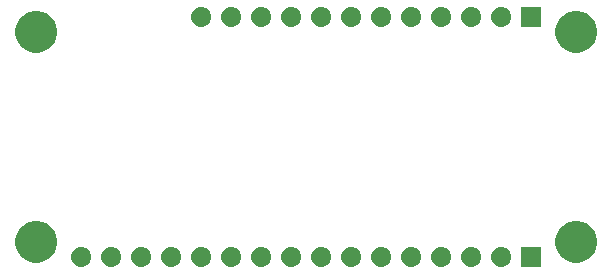
<source format=gbr>
G04 #@! TF.GenerationSoftware,KiCad,Pcbnew,(5.0.1)-3*
G04 #@! TF.CreationDate,2018-11-27T12:57:36+01:00*
G04 #@! TF.ProjectId,Adafruit_FeatherWing,41646166727569745F46656174686572,rev?*
G04 #@! TF.SameCoordinates,Original*
G04 #@! TF.FileFunction,Soldermask,Bot*
G04 #@! TF.FilePolarity,Negative*
%FSLAX46Y46*%
G04 Gerber Fmt 4.6, Leading zero omitted, Abs format (unit mm)*
G04 Created by KiCad (PCBNEW (5.0.1)-3) date 27.11.2018 12:57:36*
%MOMM*%
%LPD*%
G01*
G04 APERTURE LIST*
%ADD10C,0.100000*%
G04 APERTURE END LIST*
D10*
G36*
X138596630Y-123622299D02*
X138756855Y-123670903D01*
X138904520Y-123749831D01*
X139033949Y-123856051D01*
X139140169Y-123985480D01*
X139219097Y-124133145D01*
X139267701Y-124293370D01*
X139284112Y-124460000D01*
X139267701Y-124626630D01*
X139219097Y-124786855D01*
X139140169Y-124934520D01*
X139033949Y-125063949D01*
X138904520Y-125170169D01*
X138756855Y-125249097D01*
X138596630Y-125297701D01*
X138471752Y-125310000D01*
X138388248Y-125310000D01*
X138263370Y-125297701D01*
X138103145Y-125249097D01*
X137955480Y-125170169D01*
X137826051Y-125063949D01*
X137719831Y-124934520D01*
X137640903Y-124786855D01*
X137592299Y-124626630D01*
X137575888Y-124460000D01*
X137592299Y-124293370D01*
X137640903Y-124133145D01*
X137719831Y-123985480D01*
X137826051Y-123856051D01*
X137955480Y-123749831D01*
X138103145Y-123670903D01*
X138263370Y-123622299D01*
X138388248Y-123610000D01*
X138471752Y-123610000D01*
X138596630Y-123622299D01*
X138596630Y-123622299D01*
G37*
G36*
X136056630Y-123622299D02*
X136216855Y-123670903D01*
X136364520Y-123749831D01*
X136493949Y-123856051D01*
X136600169Y-123985480D01*
X136679097Y-124133145D01*
X136727701Y-124293370D01*
X136744112Y-124460000D01*
X136727701Y-124626630D01*
X136679097Y-124786855D01*
X136600169Y-124934520D01*
X136493949Y-125063949D01*
X136364520Y-125170169D01*
X136216855Y-125249097D01*
X136056630Y-125297701D01*
X135931752Y-125310000D01*
X135848248Y-125310000D01*
X135723370Y-125297701D01*
X135563145Y-125249097D01*
X135415480Y-125170169D01*
X135286051Y-125063949D01*
X135179831Y-124934520D01*
X135100903Y-124786855D01*
X135052299Y-124626630D01*
X135035888Y-124460000D01*
X135052299Y-124293370D01*
X135100903Y-124133145D01*
X135179831Y-123985480D01*
X135286051Y-123856051D01*
X135415480Y-123749831D01*
X135563145Y-123670903D01*
X135723370Y-123622299D01*
X135848248Y-123610000D01*
X135931752Y-123610000D01*
X136056630Y-123622299D01*
X136056630Y-123622299D01*
G37*
G36*
X118276630Y-123622299D02*
X118436855Y-123670903D01*
X118584520Y-123749831D01*
X118713949Y-123856051D01*
X118820169Y-123985480D01*
X118899097Y-124133145D01*
X118947701Y-124293370D01*
X118964112Y-124460000D01*
X118947701Y-124626630D01*
X118899097Y-124786855D01*
X118820169Y-124934520D01*
X118713949Y-125063949D01*
X118584520Y-125170169D01*
X118436855Y-125249097D01*
X118276630Y-125297701D01*
X118151752Y-125310000D01*
X118068248Y-125310000D01*
X117943370Y-125297701D01*
X117783145Y-125249097D01*
X117635480Y-125170169D01*
X117506051Y-125063949D01*
X117399831Y-124934520D01*
X117320903Y-124786855D01*
X117272299Y-124626630D01*
X117255888Y-124460000D01*
X117272299Y-124293370D01*
X117320903Y-124133145D01*
X117399831Y-123985480D01*
X117506051Y-123856051D01*
X117635480Y-123749831D01*
X117783145Y-123670903D01*
X117943370Y-123622299D01*
X118068248Y-123610000D01*
X118151752Y-123610000D01*
X118276630Y-123622299D01*
X118276630Y-123622299D01*
G37*
G36*
X120816630Y-123622299D02*
X120976855Y-123670903D01*
X121124520Y-123749831D01*
X121253949Y-123856051D01*
X121360169Y-123985480D01*
X121439097Y-124133145D01*
X121487701Y-124293370D01*
X121504112Y-124460000D01*
X121487701Y-124626630D01*
X121439097Y-124786855D01*
X121360169Y-124934520D01*
X121253949Y-125063949D01*
X121124520Y-125170169D01*
X120976855Y-125249097D01*
X120816630Y-125297701D01*
X120691752Y-125310000D01*
X120608248Y-125310000D01*
X120483370Y-125297701D01*
X120323145Y-125249097D01*
X120175480Y-125170169D01*
X120046051Y-125063949D01*
X119939831Y-124934520D01*
X119860903Y-124786855D01*
X119812299Y-124626630D01*
X119795888Y-124460000D01*
X119812299Y-124293370D01*
X119860903Y-124133145D01*
X119939831Y-123985480D01*
X120046051Y-123856051D01*
X120175480Y-123749831D01*
X120323145Y-123670903D01*
X120483370Y-123622299D01*
X120608248Y-123610000D01*
X120691752Y-123610000D01*
X120816630Y-123622299D01*
X120816630Y-123622299D01*
G37*
G36*
X123356630Y-123622299D02*
X123516855Y-123670903D01*
X123664520Y-123749831D01*
X123793949Y-123856051D01*
X123900169Y-123985480D01*
X123979097Y-124133145D01*
X124027701Y-124293370D01*
X124044112Y-124460000D01*
X124027701Y-124626630D01*
X123979097Y-124786855D01*
X123900169Y-124934520D01*
X123793949Y-125063949D01*
X123664520Y-125170169D01*
X123516855Y-125249097D01*
X123356630Y-125297701D01*
X123231752Y-125310000D01*
X123148248Y-125310000D01*
X123023370Y-125297701D01*
X122863145Y-125249097D01*
X122715480Y-125170169D01*
X122586051Y-125063949D01*
X122479831Y-124934520D01*
X122400903Y-124786855D01*
X122352299Y-124626630D01*
X122335888Y-124460000D01*
X122352299Y-124293370D01*
X122400903Y-124133145D01*
X122479831Y-123985480D01*
X122586051Y-123856051D01*
X122715480Y-123749831D01*
X122863145Y-123670903D01*
X123023370Y-123622299D01*
X123148248Y-123610000D01*
X123231752Y-123610000D01*
X123356630Y-123622299D01*
X123356630Y-123622299D01*
G37*
G36*
X125896630Y-123622299D02*
X126056855Y-123670903D01*
X126204520Y-123749831D01*
X126333949Y-123856051D01*
X126440169Y-123985480D01*
X126519097Y-124133145D01*
X126567701Y-124293370D01*
X126584112Y-124460000D01*
X126567701Y-124626630D01*
X126519097Y-124786855D01*
X126440169Y-124934520D01*
X126333949Y-125063949D01*
X126204520Y-125170169D01*
X126056855Y-125249097D01*
X125896630Y-125297701D01*
X125771752Y-125310000D01*
X125688248Y-125310000D01*
X125563370Y-125297701D01*
X125403145Y-125249097D01*
X125255480Y-125170169D01*
X125126051Y-125063949D01*
X125019831Y-124934520D01*
X124940903Y-124786855D01*
X124892299Y-124626630D01*
X124875888Y-124460000D01*
X124892299Y-124293370D01*
X124940903Y-124133145D01*
X125019831Y-123985480D01*
X125126051Y-123856051D01*
X125255480Y-123749831D01*
X125403145Y-123670903D01*
X125563370Y-123622299D01*
X125688248Y-123610000D01*
X125771752Y-123610000D01*
X125896630Y-123622299D01*
X125896630Y-123622299D01*
G37*
G36*
X128436630Y-123622299D02*
X128596855Y-123670903D01*
X128744520Y-123749831D01*
X128873949Y-123856051D01*
X128980169Y-123985480D01*
X129059097Y-124133145D01*
X129107701Y-124293370D01*
X129124112Y-124460000D01*
X129107701Y-124626630D01*
X129059097Y-124786855D01*
X128980169Y-124934520D01*
X128873949Y-125063949D01*
X128744520Y-125170169D01*
X128596855Y-125249097D01*
X128436630Y-125297701D01*
X128311752Y-125310000D01*
X128228248Y-125310000D01*
X128103370Y-125297701D01*
X127943145Y-125249097D01*
X127795480Y-125170169D01*
X127666051Y-125063949D01*
X127559831Y-124934520D01*
X127480903Y-124786855D01*
X127432299Y-124626630D01*
X127415888Y-124460000D01*
X127432299Y-124293370D01*
X127480903Y-124133145D01*
X127559831Y-123985480D01*
X127666051Y-123856051D01*
X127795480Y-123749831D01*
X127943145Y-123670903D01*
X128103370Y-123622299D01*
X128228248Y-123610000D01*
X128311752Y-123610000D01*
X128436630Y-123622299D01*
X128436630Y-123622299D01*
G37*
G36*
X130976630Y-123622299D02*
X131136855Y-123670903D01*
X131284520Y-123749831D01*
X131413949Y-123856051D01*
X131520169Y-123985480D01*
X131599097Y-124133145D01*
X131647701Y-124293370D01*
X131664112Y-124460000D01*
X131647701Y-124626630D01*
X131599097Y-124786855D01*
X131520169Y-124934520D01*
X131413949Y-125063949D01*
X131284520Y-125170169D01*
X131136855Y-125249097D01*
X130976630Y-125297701D01*
X130851752Y-125310000D01*
X130768248Y-125310000D01*
X130643370Y-125297701D01*
X130483145Y-125249097D01*
X130335480Y-125170169D01*
X130206051Y-125063949D01*
X130099831Y-124934520D01*
X130020903Y-124786855D01*
X129972299Y-124626630D01*
X129955888Y-124460000D01*
X129972299Y-124293370D01*
X130020903Y-124133145D01*
X130099831Y-123985480D01*
X130206051Y-123856051D01*
X130335480Y-123749831D01*
X130483145Y-123670903D01*
X130643370Y-123622299D01*
X130768248Y-123610000D01*
X130851752Y-123610000D01*
X130976630Y-123622299D01*
X130976630Y-123622299D01*
G37*
G36*
X133516630Y-123622299D02*
X133676855Y-123670903D01*
X133824520Y-123749831D01*
X133953949Y-123856051D01*
X134060169Y-123985480D01*
X134139097Y-124133145D01*
X134187701Y-124293370D01*
X134204112Y-124460000D01*
X134187701Y-124626630D01*
X134139097Y-124786855D01*
X134060169Y-124934520D01*
X133953949Y-125063949D01*
X133824520Y-125170169D01*
X133676855Y-125249097D01*
X133516630Y-125297701D01*
X133391752Y-125310000D01*
X133308248Y-125310000D01*
X133183370Y-125297701D01*
X133023145Y-125249097D01*
X132875480Y-125170169D01*
X132746051Y-125063949D01*
X132639831Y-124934520D01*
X132560903Y-124786855D01*
X132512299Y-124626630D01*
X132495888Y-124460000D01*
X132512299Y-124293370D01*
X132560903Y-124133145D01*
X132639831Y-123985480D01*
X132746051Y-123856051D01*
X132875480Y-123749831D01*
X133023145Y-123670903D01*
X133183370Y-123622299D01*
X133308248Y-123610000D01*
X133391752Y-123610000D01*
X133516630Y-123622299D01*
X133516630Y-123622299D01*
G37*
G36*
X141136630Y-123622299D02*
X141296855Y-123670903D01*
X141444520Y-123749831D01*
X141573949Y-123856051D01*
X141680169Y-123985480D01*
X141759097Y-124133145D01*
X141807701Y-124293370D01*
X141824112Y-124460000D01*
X141807701Y-124626630D01*
X141759097Y-124786855D01*
X141680169Y-124934520D01*
X141573949Y-125063949D01*
X141444520Y-125170169D01*
X141296855Y-125249097D01*
X141136630Y-125297701D01*
X141011752Y-125310000D01*
X140928248Y-125310000D01*
X140803370Y-125297701D01*
X140643145Y-125249097D01*
X140495480Y-125170169D01*
X140366051Y-125063949D01*
X140259831Y-124934520D01*
X140180903Y-124786855D01*
X140132299Y-124626630D01*
X140115888Y-124460000D01*
X140132299Y-124293370D01*
X140180903Y-124133145D01*
X140259831Y-123985480D01*
X140366051Y-123856051D01*
X140495480Y-123749831D01*
X140643145Y-123670903D01*
X140803370Y-123622299D01*
X140928248Y-123610000D01*
X141011752Y-123610000D01*
X141136630Y-123622299D01*
X141136630Y-123622299D01*
G37*
G36*
X143676630Y-123622299D02*
X143836855Y-123670903D01*
X143984520Y-123749831D01*
X144113949Y-123856051D01*
X144220169Y-123985480D01*
X144299097Y-124133145D01*
X144347701Y-124293370D01*
X144364112Y-124460000D01*
X144347701Y-124626630D01*
X144299097Y-124786855D01*
X144220169Y-124934520D01*
X144113949Y-125063949D01*
X143984520Y-125170169D01*
X143836855Y-125249097D01*
X143676630Y-125297701D01*
X143551752Y-125310000D01*
X143468248Y-125310000D01*
X143343370Y-125297701D01*
X143183145Y-125249097D01*
X143035480Y-125170169D01*
X142906051Y-125063949D01*
X142799831Y-124934520D01*
X142720903Y-124786855D01*
X142672299Y-124626630D01*
X142655888Y-124460000D01*
X142672299Y-124293370D01*
X142720903Y-124133145D01*
X142799831Y-123985480D01*
X142906051Y-123856051D01*
X143035480Y-123749831D01*
X143183145Y-123670903D01*
X143343370Y-123622299D01*
X143468248Y-123610000D01*
X143551752Y-123610000D01*
X143676630Y-123622299D01*
X143676630Y-123622299D01*
G37*
G36*
X146216630Y-123622299D02*
X146376855Y-123670903D01*
X146524520Y-123749831D01*
X146653949Y-123856051D01*
X146760169Y-123985480D01*
X146839097Y-124133145D01*
X146887701Y-124293370D01*
X146904112Y-124460000D01*
X146887701Y-124626630D01*
X146839097Y-124786855D01*
X146760169Y-124934520D01*
X146653949Y-125063949D01*
X146524520Y-125170169D01*
X146376855Y-125249097D01*
X146216630Y-125297701D01*
X146091752Y-125310000D01*
X146008248Y-125310000D01*
X145883370Y-125297701D01*
X145723145Y-125249097D01*
X145575480Y-125170169D01*
X145446051Y-125063949D01*
X145339831Y-124934520D01*
X145260903Y-124786855D01*
X145212299Y-124626630D01*
X145195888Y-124460000D01*
X145212299Y-124293370D01*
X145260903Y-124133145D01*
X145339831Y-123985480D01*
X145446051Y-123856051D01*
X145575480Y-123749831D01*
X145723145Y-123670903D01*
X145883370Y-123622299D01*
X146008248Y-123610000D01*
X146091752Y-123610000D01*
X146216630Y-123622299D01*
X146216630Y-123622299D01*
G37*
G36*
X148756630Y-123622299D02*
X148916855Y-123670903D01*
X149064520Y-123749831D01*
X149193949Y-123856051D01*
X149300169Y-123985480D01*
X149379097Y-124133145D01*
X149427701Y-124293370D01*
X149444112Y-124460000D01*
X149427701Y-124626630D01*
X149379097Y-124786855D01*
X149300169Y-124934520D01*
X149193949Y-125063949D01*
X149064520Y-125170169D01*
X148916855Y-125249097D01*
X148756630Y-125297701D01*
X148631752Y-125310000D01*
X148548248Y-125310000D01*
X148423370Y-125297701D01*
X148263145Y-125249097D01*
X148115480Y-125170169D01*
X147986051Y-125063949D01*
X147879831Y-124934520D01*
X147800903Y-124786855D01*
X147752299Y-124626630D01*
X147735888Y-124460000D01*
X147752299Y-124293370D01*
X147800903Y-124133145D01*
X147879831Y-123985480D01*
X147986051Y-123856051D01*
X148115480Y-123749831D01*
X148263145Y-123670903D01*
X148423370Y-123622299D01*
X148548248Y-123610000D01*
X148631752Y-123610000D01*
X148756630Y-123622299D01*
X148756630Y-123622299D01*
G37*
G36*
X151296630Y-123622299D02*
X151456855Y-123670903D01*
X151604520Y-123749831D01*
X151733949Y-123856051D01*
X151840169Y-123985480D01*
X151919097Y-124133145D01*
X151967701Y-124293370D01*
X151984112Y-124460000D01*
X151967701Y-124626630D01*
X151919097Y-124786855D01*
X151840169Y-124934520D01*
X151733949Y-125063949D01*
X151604520Y-125170169D01*
X151456855Y-125249097D01*
X151296630Y-125297701D01*
X151171752Y-125310000D01*
X151088248Y-125310000D01*
X150963370Y-125297701D01*
X150803145Y-125249097D01*
X150655480Y-125170169D01*
X150526051Y-125063949D01*
X150419831Y-124934520D01*
X150340903Y-124786855D01*
X150292299Y-124626630D01*
X150275888Y-124460000D01*
X150292299Y-124293370D01*
X150340903Y-124133145D01*
X150419831Y-123985480D01*
X150526051Y-123856051D01*
X150655480Y-123749831D01*
X150803145Y-123670903D01*
X150963370Y-123622299D01*
X151088248Y-123610000D01*
X151171752Y-123610000D01*
X151296630Y-123622299D01*
X151296630Y-123622299D01*
G37*
G36*
X153836630Y-123622299D02*
X153996855Y-123670903D01*
X154144520Y-123749831D01*
X154273949Y-123856051D01*
X154380169Y-123985480D01*
X154459097Y-124133145D01*
X154507701Y-124293370D01*
X154524112Y-124460000D01*
X154507701Y-124626630D01*
X154459097Y-124786855D01*
X154380169Y-124934520D01*
X154273949Y-125063949D01*
X154144520Y-125170169D01*
X153996855Y-125249097D01*
X153836630Y-125297701D01*
X153711752Y-125310000D01*
X153628248Y-125310000D01*
X153503370Y-125297701D01*
X153343145Y-125249097D01*
X153195480Y-125170169D01*
X153066051Y-125063949D01*
X152959831Y-124934520D01*
X152880903Y-124786855D01*
X152832299Y-124626630D01*
X152815888Y-124460000D01*
X152832299Y-124293370D01*
X152880903Y-124133145D01*
X152959831Y-123985480D01*
X153066051Y-123856051D01*
X153195480Y-123749831D01*
X153343145Y-123670903D01*
X153503370Y-123622299D01*
X153628248Y-123610000D01*
X153711752Y-123610000D01*
X153836630Y-123622299D01*
X153836630Y-123622299D01*
G37*
G36*
X157060000Y-125310000D02*
X155360000Y-125310000D01*
X155360000Y-123610000D01*
X157060000Y-123610000D01*
X157060000Y-125310000D01*
X157060000Y-125310000D01*
G37*
G36*
X160538623Y-121480327D02*
X160862198Y-121614356D01*
X161153412Y-121808939D01*
X161401061Y-122056588D01*
X161595644Y-122347802D01*
X161729673Y-122671377D01*
X161798000Y-123014881D01*
X161798000Y-123365119D01*
X161729673Y-123708623D01*
X161595644Y-124032198D01*
X161401061Y-124323412D01*
X161153412Y-124571061D01*
X160862198Y-124765644D01*
X160538623Y-124899673D01*
X160195119Y-124968000D01*
X159844881Y-124968000D01*
X159501377Y-124899673D01*
X159177802Y-124765644D01*
X158886588Y-124571061D01*
X158638939Y-124323412D01*
X158444356Y-124032198D01*
X158310327Y-123708623D01*
X158242000Y-123365119D01*
X158242000Y-123014881D01*
X158310327Y-122671377D01*
X158444356Y-122347802D01*
X158638939Y-122056588D01*
X158886588Y-121808939D01*
X159177802Y-121614356D01*
X159501377Y-121480327D01*
X159844881Y-121412000D01*
X160195119Y-121412000D01*
X160538623Y-121480327D01*
X160538623Y-121480327D01*
G37*
G36*
X114818623Y-121480327D02*
X115142198Y-121614356D01*
X115433412Y-121808939D01*
X115681061Y-122056588D01*
X115875644Y-122347802D01*
X116009673Y-122671377D01*
X116078000Y-123014881D01*
X116078000Y-123365119D01*
X116009673Y-123708623D01*
X115875644Y-124032198D01*
X115681061Y-124323412D01*
X115433412Y-124571061D01*
X115142198Y-124765644D01*
X114818623Y-124899673D01*
X114475119Y-124968000D01*
X114124881Y-124968000D01*
X113781377Y-124899673D01*
X113457802Y-124765644D01*
X113166588Y-124571061D01*
X112918939Y-124323412D01*
X112724356Y-124032198D01*
X112590327Y-123708623D01*
X112522000Y-123365119D01*
X112522000Y-123014881D01*
X112590327Y-122671377D01*
X112724356Y-122347802D01*
X112918939Y-122056588D01*
X113166588Y-121808939D01*
X113457802Y-121614356D01*
X113781377Y-121480327D01*
X114124881Y-121412000D01*
X114475119Y-121412000D01*
X114818623Y-121480327D01*
X114818623Y-121480327D01*
G37*
G36*
X160538623Y-103700327D02*
X160862198Y-103834356D01*
X161153412Y-104028939D01*
X161401061Y-104276588D01*
X161595644Y-104567802D01*
X161729673Y-104891377D01*
X161798000Y-105234881D01*
X161798000Y-105585119D01*
X161729673Y-105928623D01*
X161595644Y-106252198D01*
X161401061Y-106543412D01*
X161153412Y-106791061D01*
X160862198Y-106985644D01*
X160538623Y-107119673D01*
X160195119Y-107188000D01*
X159844881Y-107188000D01*
X159501377Y-107119673D01*
X159177802Y-106985644D01*
X158886588Y-106791061D01*
X158638939Y-106543412D01*
X158444356Y-106252198D01*
X158310327Y-105928623D01*
X158242000Y-105585119D01*
X158242000Y-105234881D01*
X158310327Y-104891377D01*
X158444356Y-104567802D01*
X158638939Y-104276588D01*
X158886588Y-104028939D01*
X159177802Y-103834356D01*
X159501377Y-103700327D01*
X159844881Y-103632000D01*
X160195119Y-103632000D01*
X160538623Y-103700327D01*
X160538623Y-103700327D01*
G37*
G36*
X114818623Y-103700327D02*
X115142198Y-103834356D01*
X115433412Y-104028939D01*
X115681061Y-104276588D01*
X115875644Y-104567802D01*
X116009673Y-104891377D01*
X116078000Y-105234881D01*
X116078000Y-105585119D01*
X116009673Y-105928623D01*
X115875644Y-106252198D01*
X115681061Y-106543412D01*
X115433412Y-106791061D01*
X115142198Y-106985644D01*
X114818623Y-107119673D01*
X114475119Y-107188000D01*
X114124881Y-107188000D01*
X113781377Y-107119673D01*
X113457802Y-106985644D01*
X113166588Y-106791061D01*
X112918939Y-106543412D01*
X112724356Y-106252198D01*
X112590327Y-105928623D01*
X112522000Y-105585119D01*
X112522000Y-105234881D01*
X112590327Y-104891377D01*
X112724356Y-104567802D01*
X112918939Y-104276588D01*
X113166588Y-104028939D01*
X113457802Y-103834356D01*
X113781377Y-103700327D01*
X114124881Y-103632000D01*
X114475119Y-103632000D01*
X114818623Y-103700327D01*
X114818623Y-103700327D01*
G37*
G36*
X128436630Y-103302299D02*
X128596855Y-103350903D01*
X128744520Y-103429831D01*
X128873949Y-103536051D01*
X128980169Y-103665480D01*
X129059097Y-103813145D01*
X129107701Y-103973370D01*
X129124112Y-104140000D01*
X129107701Y-104306630D01*
X129059097Y-104466855D01*
X128980169Y-104614520D01*
X128873949Y-104743949D01*
X128744520Y-104850169D01*
X128596855Y-104929097D01*
X128436630Y-104977701D01*
X128311752Y-104990000D01*
X128228248Y-104990000D01*
X128103370Y-104977701D01*
X127943145Y-104929097D01*
X127795480Y-104850169D01*
X127666051Y-104743949D01*
X127559831Y-104614520D01*
X127480903Y-104466855D01*
X127432299Y-104306630D01*
X127415888Y-104140000D01*
X127432299Y-103973370D01*
X127480903Y-103813145D01*
X127559831Y-103665480D01*
X127666051Y-103536051D01*
X127795480Y-103429831D01*
X127943145Y-103350903D01*
X128103370Y-103302299D01*
X128228248Y-103290000D01*
X128311752Y-103290000D01*
X128436630Y-103302299D01*
X128436630Y-103302299D01*
G37*
G36*
X130976630Y-103302299D02*
X131136855Y-103350903D01*
X131284520Y-103429831D01*
X131413949Y-103536051D01*
X131520169Y-103665480D01*
X131599097Y-103813145D01*
X131647701Y-103973370D01*
X131664112Y-104140000D01*
X131647701Y-104306630D01*
X131599097Y-104466855D01*
X131520169Y-104614520D01*
X131413949Y-104743949D01*
X131284520Y-104850169D01*
X131136855Y-104929097D01*
X130976630Y-104977701D01*
X130851752Y-104990000D01*
X130768248Y-104990000D01*
X130643370Y-104977701D01*
X130483145Y-104929097D01*
X130335480Y-104850169D01*
X130206051Y-104743949D01*
X130099831Y-104614520D01*
X130020903Y-104466855D01*
X129972299Y-104306630D01*
X129955888Y-104140000D01*
X129972299Y-103973370D01*
X130020903Y-103813145D01*
X130099831Y-103665480D01*
X130206051Y-103536051D01*
X130335480Y-103429831D01*
X130483145Y-103350903D01*
X130643370Y-103302299D01*
X130768248Y-103290000D01*
X130851752Y-103290000D01*
X130976630Y-103302299D01*
X130976630Y-103302299D01*
G37*
G36*
X133516630Y-103302299D02*
X133676855Y-103350903D01*
X133824520Y-103429831D01*
X133953949Y-103536051D01*
X134060169Y-103665480D01*
X134139097Y-103813145D01*
X134187701Y-103973370D01*
X134204112Y-104140000D01*
X134187701Y-104306630D01*
X134139097Y-104466855D01*
X134060169Y-104614520D01*
X133953949Y-104743949D01*
X133824520Y-104850169D01*
X133676855Y-104929097D01*
X133516630Y-104977701D01*
X133391752Y-104990000D01*
X133308248Y-104990000D01*
X133183370Y-104977701D01*
X133023145Y-104929097D01*
X132875480Y-104850169D01*
X132746051Y-104743949D01*
X132639831Y-104614520D01*
X132560903Y-104466855D01*
X132512299Y-104306630D01*
X132495888Y-104140000D01*
X132512299Y-103973370D01*
X132560903Y-103813145D01*
X132639831Y-103665480D01*
X132746051Y-103536051D01*
X132875480Y-103429831D01*
X133023145Y-103350903D01*
X133183370Y-103302299D01*
X133308248Y-103290000D01*
X133391752Y-103290000D01*
X133516630Y-103302299D01*
X133516630Y-103302299D01*
G37*
G36*
X136056630Y-103302299D02*
X136216855Y-103350903D01*
X136364520Y-103429831D01*
X136493949Y-103536051D01*
X136600169Y-103665480D01*
X136679097Y-103813145D01*
X136727701Y-103973370D01*
X136744112Y-104140000D01*
X136727701Y-104306630D01*
X136679097Y-104466855D01*
X136600169Y-104614520D01*
X136493949Y-104743949D01*
X136364520Y-104850169D01*
X136216855Y-104929097D01*
X136056630Y-104977701D01*
X135931752Y-104990000D01*
X135848248Y-104990000D01*
X135723370Y-104977701D01*
X135563145Y-104929097D01*
X135415480Y-104850169D01*
X135286051Y-104743949D01*
X135179831Y-104614520D01*
X135100903Y-104466855D01*
X135052299Y-104306630D01*
X135035888Y-104140000D01*
X135052299Y-103973370D01*
X135100903Y-103813145D01*
X135179831Y-103665480D01*
X135286051Y-103536051D01*
X135415480Y-103429831D01*
X135563145Y-103350903D01*
X135723370Y-103302299D01*
X135848248Y-103290000D01*
X135931752Y-103290000D01*
X136056630Y-103302299D01*
X136056630Y-103302299D01*
G37*
G36*
X138596630Y-103302299D02*
X138756855Y-103350903D01*
X138904520Y-103429831D01*
X139033949Y-103536051D01*
X139140169Y-103665480D01*
X139219097Y-103813145D01*
X139267701Y-103973370D01*
X139284112Y-104140000D01*
X139267701Y-104306630D01*
X139219097Y-104466855D01*
X139140169Y-104614520D01*
X139033949Y-104743949D01*
X138904520Y-104850169D01*
X138756855Y-104929097D01*
X138596630Y-104977701D01*
X138471752Y-104990000D01*
X138388248Y-104990000D01*
X138263370Y-104977701D01*
X138103145Y-104929097D01*
X137955480Y-104850169D01*
X137826051Y-104743949D01*
X137719831Y-104614520D01*
X137640903Y-104466855D01*
X137592299Y-104306630D01*
X137575888Y-104140000D01*
X137592299Y-103973370D01*
X137640903Y-103813145D01*
X137719831Y-103665480D01*
X137826051Y-103536051D01*
X137955480Y-103429831D01*
X138103145Y-103350903D01*
X138263370Y-103302299D01*
X138388248Y-103290000D01*
X138471752Y-103290000D01*
X138596630Y-103302299D01*
X138596630Y-103302299D01*
G37*
G36*
X141136630Y-103302299D02*
X141296855Y-103350903D01*
X141444520Y-103429831D01*
X141573949Y-103536051D01*
X141680169Y-103665480D01*
X141759097Y-103813145D01*
X141807701Y-103973370D01*
X141824112Y-104140000D01*
X141807701Y-104306630D01*
X141759097Y-104466855D01*
X141680169Y-104614520D01*
X141573949Y-104743949D01*
X141444520Y-104850169D01*
X141296855Y-104929097D01*
X141136630Y-104977701D01*
X141011752Y-104990000D01*
X140928248Y-104990000D01*
X140803370Y-104977701D01*
X140643145Y-104929097D01*
X140495480Y-104850169D01*
X140366051Y-104743949D01*
X140259831Y-104614520D01*
X140180903Y-104466855D01*
X140132299Y-104306630D01*
X140115888Y-104140000D01*
X140132299Y-103973370D01*
X140180903Y-103813145D01*
X140259831Y-103665480D01*
X140366051Y-103536051D01*
X140495480Y-103429831D01*
X140643145Y-103350903D01*
X140803370Y-103302299D01*
X140928248Y-103290000D01*
X141011752Y-103290000D01*
X141136630Y-103302299D01*
X141136630Y-103302299D01*
G37*
G36*
X143676630Y-103302299D02*
X143836855Y-103350903D01*
X143984520Y-103429831D01*
X144113949Y-103536051D01*
X144220169Y-103665480D01*
X144299097Y-103813145D01*
X144347701Y-103973370D01*
X144364112Y-104140000D01*
X144347701Y-104306630D01*
X144299097Y-104466855D01*
X144220169Y-104614520D01*
X144113949Y-104743949D01*
X143984520Y-104850169D01*
X143836855Y-104929097D01*
X143676630Y-104977701D01*
X143551752Y-104990000D01*
X143468248Y-104990000D01*
X143343370Y-104977701D01*
X143183145Y-104929097D01*
X143035480Y-104850169D01*
X142906051Y-104743949D01*
X142799831Y-104614520D01*
X142720903Y-104466855D01*
X142672299Y-104306630D01*
X142655888Y-104140000D01*
X142672299Y-103973370D01*
X142720903Y-103813145D01*
X142799831Y-103665480D01*
X142906051Y-103536051D01*
X143035480Y-103429831D01*
X143183145Y-103350903D01*
X143343370Y-103302299D01*
X143468248Y-103290000D01*
X143551752Y-103290000D01*
X143676630Y-103302299D01*
X143676630Y-103302299D01*
G37*
G36*
X146216630Y-103302299D02*
X146376855Y-103350903D01*
X146524520Y-103429831D01*
X146653949Y-103536051D01*
X146760169Y-103665480D01*
X146839097Y-103813145D01*
X146887701Y-103973370D01*
X146904112Y-104140000D01*
X146887701Y-104306630D01*
X146839097Y-104466855D01*
X146760169Y-104614520D01*
X146653949Y-104743949D01*
X146524520Y-104850169D01*
X146376855Y-104929097D01*
X146216630Y-104977701D01*
X146091752Y-104990000D01*
X146008248Y-104990000D01*
X145883370Y-104977701D01*
X145723145Y-104929097D01*
X145575480Y-104850169D01*
X145446051Y-104743949D01*
X145339831Y-104614520D01*
X145260903Y-104466855D01*
X145212299Y-104306630D01*
X145195888Y-104140000D01*
X145212299Y-103973370D01*
X145260903Y-103813145D01*
X145339831Y-103665480D01*
X145446051Y-103536051D01*
X145575480Y-103429831D01*
X145723145Y-103350903D01*
X145883370Y-103302299D01*
X146008248Y-103290000D01*
X146091752Y-103290000D01*
X146216630Y-103302299D01*
X146216630Y-103302299D01*
G37*
G36*
X148756630Y-103302299D02*
X148916855Y-103350903D01*
X149064520Y-103429831D01*
X149193949Y-103536051D01*
X149300169Y-103665480D01*
X149379097Y-103813145D01*
X149427701Y-103973370D01*
X149444112Y-104140000D01*
X149427701Y-104306630D01*
X149379097Y-104466855D01*
X149300169Y-104614520D01*
X149193949Y-104743949D01*
X149064520Y-104850169D01*
X148916855Y-104929097D01*
X148756630Y-104977701D01*
X148631752Y-104990000D01*
X148548248Y-104990000D01*
X148423370Y-104977701D01*
X148263145Y-104929097D01*
X148115480Y-104850169D01*
X147986051Y-104743949D01*
X147879831Y-104614520D01*
X147800903Y-104466855D01*
X147752299Y-104306630D01*
X147735888Y-104140000D01*
X147752299Y-103973370D01*
X147800903Y-103813145D01*
X147879831Y-103665480D01*
X147986051Y-103536051D01*
X148115480Y-103429831D01*
X148263145Y-103350903D01*
X148423370Y-103302299D01*
X148548248Y-103290000D01*
X148631752Y-103290000D01*
X148756630Y-103302299D01*
X148756630Y-103302299D01*
G37*
G36*
X151296630Y-103302299D02*
X151456855Y-103350903D01*
X151604520Y-103429831D01*
X151733949Y-103536051D01*
X151840169Y-103665480D01*
X151919097Y-103813145D01*
X151967701Y-103973370D01*
X151984112Y-104140000D01*
X151967701Y-104306630D01*
X151919097Y-104466855D01*
X151840169Y-104614520D01*
X151733949Y-104743949D01*
X151604520Y-104850169D01*
X151456855Y-104929097D01*
X151296630Y-104977701D01*
X151171752Y-104990000D01*
X151088248Y-104990000D01*
X150963370Y-104977701D01*
X150803145Y-104929097D01*
X150655480Y-104850169D01*
X150526051Y-104743949D01*
X150419831Y-104614520D01*
X150340903Y-104466855D01*
X150292299Y-104306630D01*
X150275888Y-104140000D01*
X150292299Y-103973370D01*
X150340903Y-103813145D01*
X150419831Y-103665480D01*
X150526051Y-103536051D01*
X150655480Y-103429831D01*
X150803145Y-103350903D01*
X150963370Y-103302299D01*
X151088248Y-103290000D01*
X151171752Y-103290000D01*
X151296630Y-103302299D01*
X151296630Y-103302299D01*
G37*
G36*
X153836630Y-103302299D02*
X153996855Y-103350903D01*
X154144520Y-103429831D01*
X154273949Y-103536051D01*
X154380169Y-103665480D01*
X154459097Y-103813145D01*
X154507701Y-103973370D01*
X154524112Y-104140000D01*
X154507701Y-104306630D01*
X154459097Y-104466855D01*
X154380169Y-104614520D01*
X154273949Y-104743949D01*
X154144520Y-104850169D01*
X153996855Y-104929097D01*
X153836630Y-104977701D01*
X153711752Y-104990000D01*
X153628248Y-104990000D01*
X153503370Y-104977701D01*
X153343145Y-104929097D01*
X153195480Y-104850169D01*
X153066051Y-104743949D01*
X152959831Y-104614520D01*
X152880903Y-104466855D01*
X152832299Y-104306630D01*
X152815888Y-104140000D01*
X152832299Y-103973370D01*
X152880903Y-103813145D01*
X152959831Y-103665480D01*
X153066051Y-103536051D01*
X153195480Y-103429831D01*
X153343145Y-103350903D01*
X153503370Y-103302299D01*
X153628248Y-103290000D01*
X153711752Y-103290000D01*
X153836630Y-103302299D01*
X153836630Y-103302299D01*
G37*
G36*
X157060000Y-104990000D02*
X155360000Y-104990000D01*
X155360000Y-103290000D01*
X157060000Y-103290000D01*
X157060000Y-104990000D01*
X157060000Y-104990000D01*
G37*
M02*

</source>
